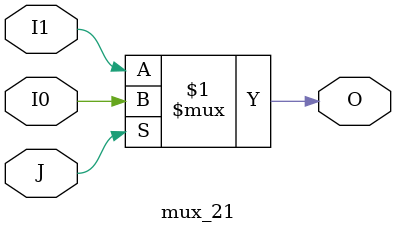
<source format=v>
module mux_21(input wire I0,I1,J,output wire O);
assign O=J?I0:I1;
endmodule
</source>
